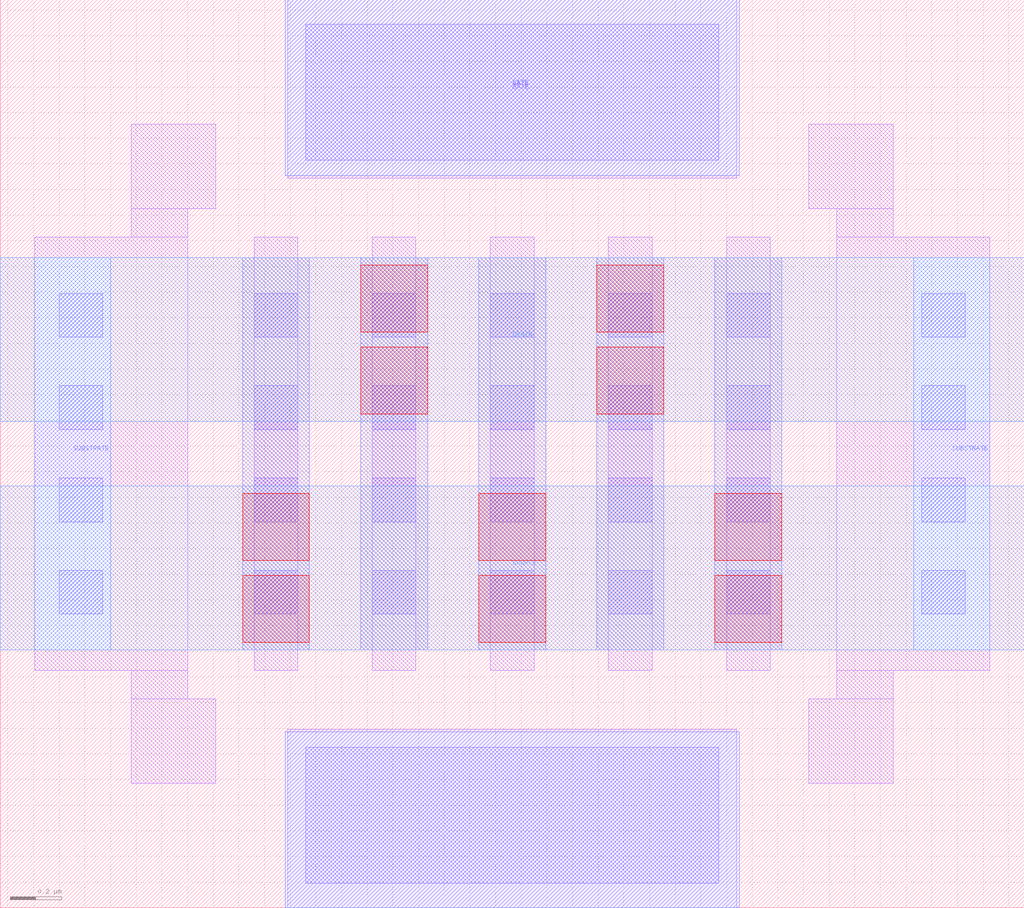
<source format=lef>
# Copyright 2020 The SkyWater PDK Authors
#
# Licensed under the Apache License, Version 2.0 (the "License");
# you may not use this file except in compliance with the License.
# You may obtain a copy of the License at
#
#     https://www.apache.org/licenses/LICENSE-2.0
#
# Unless required by applicable law or agreed to in writing, software
# distributed under the License is distributed on an "AS IS" BASIS,
# WITHOUT WARRANTIES OR CONDITIONS OF ANY KIND, either express or implied.
# See the License for the specific language governing permissions and
# limitations under the License.
#
# SPDX-License-Identifier: Apache-2.0

VERSION 5.7 ;
  NOWIREEXTENSIONATPIN ON ;
  DIVIDERCHAR "/" ;
  BUSBITCHARS "[]" ;
MACRO sky130_fd_pr__rf_nfet_01v8_lvt_bM04W1p65L0p18
  CLASS BLOCK ;
  FOREIGN sky130_fd_pr__rf_nfet_01v8_lvt_bM04W1p65L0p18 ;
  ORIGIN -0.070000  0.000000 ;
  SIZE  3.990000 BY  3.540000 ;
  PIN DRAIN
    ANTENNADIFFAREA  0.924000 ;
    PORT
      LAYER met2 ;
        RECT 0.070000 1.895000 4.060000 2.535000 ;
    END
  END DRAIN
  PIN GATE
    ANTENNAGATEAREA  1.188000 ;
    PORT
      LAYER li1 ;
        RECT 1.190000 0.000000 2.940000 0.695000 ;
        RECT 1.190000 2.845000 2.940000 3.540000 ;
      LAYER mcon ;
        RECT 1.260000 0.095000 2.870000 0.625000 ;
        RECT 1.260000 2.915000 2.870000 3.445000 ;
    END
    PORT
      LAYER met1 ;
        RECT 1.180000 0.000000 2.950000 0.685000 ;
        RECT 1.180000 2.855000 2.950000 3.540000 ;
    END
  END GATE
  PIN SOURCE
    ANTENNADIFFAREA  1.386000 ;
    PORT
      LAYER met2 ;
        RECT 0.070000 1.005000 4.060000 1.645000 ;
    END
  END SOURCE
  PIN SUBSTRATE
    ANTENNADIFFAREA  1.072500 ;
    ANTENNAGATEAREA  0.247500 ;
    PORT
      LAYER met1 ;
        RECT 0.205000 1.005000 0.500000 2.535000 ;
    END
    PORT
      LAYER met1 ;
        RECT 3.630000 1.005000 3.925000 2.535000 ;
    END
  END SUBSTRATE
  OBS
    LAYER li1 ;
      RECT 0.205000 0.925000 0.800000 2.615000 ;
      RECT 0.580000 0.485000 0.910000 0.815000 ;
      RECT 0.580000 0.815000 0.800000 0.925000 ;
      RECT 0.580000 2.615000 0.800000 2.725000 ;
      RECT 0.580000 2.725000 0.910000 3.055000 ;
      RECT 1.060000 0.925000 1.230000 2.615000 ;
      RECT 1.520000 0.925000 1.690000 2.615000 ;
      RECT 1.980000 0.925000 2.150000 2.615000 ;
      RECT 2.440000 0.925000 2.610000 2.615000 ;
      RECT 2.900000 0.925000 3.070000 2.615000 ;
      RECT 3.220000 0.485000 3.550000 0.815000 ;
      RECT 3.220000 2.725000 3.550000 3.055000 ;
      RECT 3.330000 0.815000 3.550000 0.925000 ;
      RECT 3.330000 0.925000 3.925000 2.615000 ;
      RECT 3.330000 2.615000 3.550000 2.725000 ;
    LAYER mcon ;
      RECT 0.300000 1.145000 0.470000 1.315000 ;
      RECT 0.300000 1.505000 0.470000 1.675000 ;
      RECT 0.300000 1.865000 0.470000 2.035000 ;
      RECT 0.300000 2.225000 0.470000 2.395000 ;
      RECT 1.060000 1.145000 1.230000 1.315000 ;
      RECT 1.060000 1.505000 1.230000 1.675000 ;
      RECT 1.060000 1.865000 1.230000 2.035000 ;
      RECT 1.060000 2.225000 1.230000 2.395000 ;
      RECT 1.520000 1.145000 1.690000 1.315000 ;
      RECT 1.520000 1.505000 1.690000 1.675000 ;
      RECT 1.520000 1.865000 1.690000 2.035000 ;
      RECT 1.520000 2.225000 1.690000 2.395000 ;
      RECT 1.980000 1.145000 2.150000 1.315000 ;
      RECT 1.980000 1.505000 2.150000 1.675000 ;
      RECT 1.980000 1.865000 2.150000 2.035000 ;
      RECT 1.980000 2.225000 2.150000 2.395000 ;
      RECT 2.440000 1.145000 2.610000 1.315000 ;
      RECT 2.440000 1.505000 2.610000 1.675000 ;
      RECT 2.440000 1.865000 2.610000 2.035000 ;
      RECT 2.440000 2.225000 2.610000 2.395000 ;
      RECT 2.900000 1.145000 3.070000 1.315000 ;
      RECT 2.900000 1.505000 3.070000 1.675000 ;
      RECT 2.900000 1.865000 3.070000 2.035000 ;
      RECT 2.900000 2.225000 3.070000 2.395000 ;
      RECT 3.660000 1.145000 3.830000 1.315000 ;
      RECT 3.660000 1.505000 3.830000 1.675000 ;
      RECT 3.660000 1.865000 3.830000 2.035000 ;
      RECT 3.660000 2.225000 3.830000 2.395000 ;
    LAYER met1 ;
      RECT 1.015000 1.005000 1.275000 2.535000 ;
      RECT 1.475000 1.005000 1.735000 2.535000 ;
      RECT 1.935000 1.005000 2.195000 2.535000 ;
      RECT 2.395000 1.005000 2.655000 2.535000 ;
      RECT 2.855000 1.005000 3.115000 2.535000 ;
    LAYER via ;
      RECT 1.015000 1.035000 1.275000 1.295000 ;
      RECT 1.015000 1.355000 1.275000 1.615000 ;
      RECT 1.475000 1.925000 1.735000 2.185000 ;
      RECT 1.475000 2.245000 1.735000 2.505000 ;
      RECT 1.935000 1.035000 2.195000 1.295000 ;
      RECT 1.935000 1.355000 2.195000 1.615000 ;
      RECT 2.395000 1.925000 2.655000 2.185000 ;
      RECT 2.395000 2.245000 2.655000 2.505000 ;
      RECT 2.855000 1.035000 3.115000 1.295000 ;
      RECT 2.855000 1.355000 3.115000 1.615000 ;
  END
END sky130_fd_pr__rf_nfet_01v8_lvt_bM04W1p65L0p18
END LIBRARY

</source>
